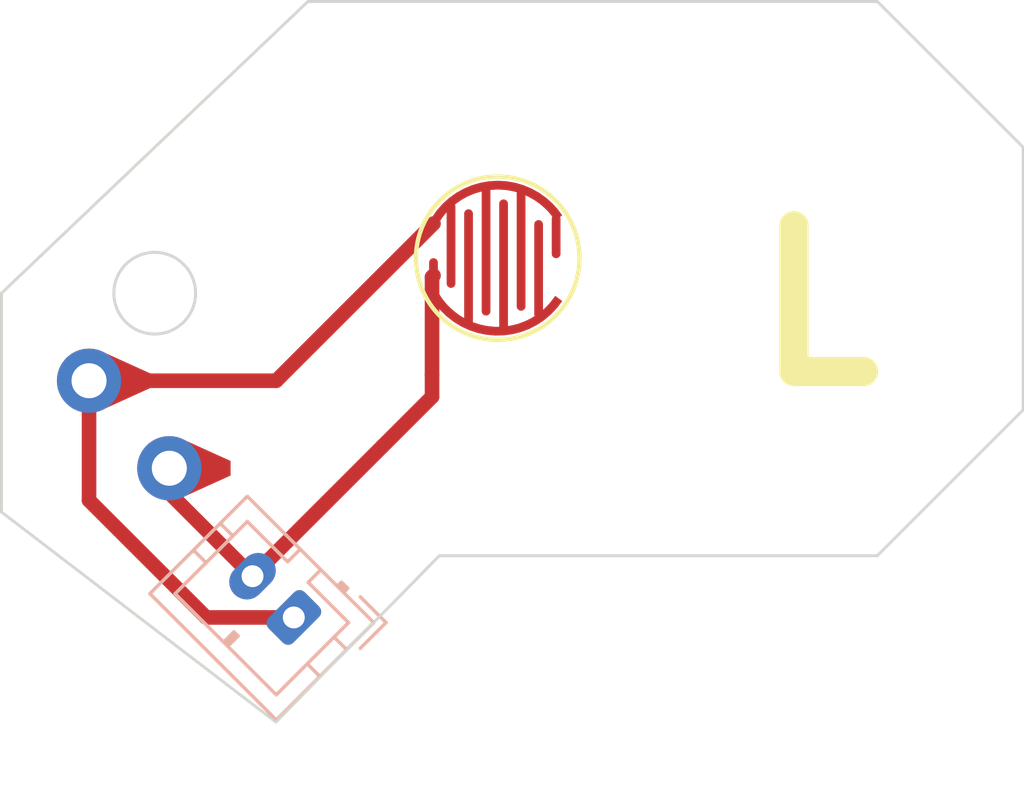
<source format=kicad_pcb>
(kicad_pcb (version 20221018) (generator pcbnew)
  (title_block (title "Nintendo OEM SNES Controller Replacement PCB") (date "2022-10-20") (rev "4a") (comment 1 "http://creativecommons.org/licenses/by-sa/4.0") (comment 2 "Attribution-ShareAlike v4.0 license.") (comment 3 "This document describes Open Hardware and is licensed under the Creative Commons") (comment 4 "(c) 2022 Bob Taylor"))
  (layers (0 "F.Cu" signal "Front") (31 "B.Cu" signal "Back") (34 "B.Paste" user) (35 "F.Paste" user) (36 "B.SilkS" user "B.Silkscreen") (37 "F.SilkS" user "F.Silkscreen") (38 "B.Mask" user) (39 "F.Mask" user) (44 "Edge.Cuts" user))
  (net 0 "")
  (net 1 "Net-(J1-Pin_1)")
  (net 2 "Net-(J1-Pin_2)")
  (footprint "MountingHole:MountingHole_1.2mm_Pad" (layer "F.Cu") (at 140.9 113)
    (fp_text reference "JW8" hide)
    (fp_text value "LS")
    (pad "1" thru_hole circle (at 0 0) (size 2.2 2.2) (drill 1.2) (layers "*.Cu" "*.Mask") (net 1 "Net-(J1-Pin_1)"))
  )
  (footprint "VideoGames:BTN_Controller_5mm_0.3_0.3" (layer "F.Cu") (at 154.9 108.8 90)
    (fp_text reference "SW9" hide)
    (fp_text value "Button_Pad")
    (fp_circle (center 0 0) (end 0 2.8) (stroke (width 0.15)) (fill none) (layer "F.SilkS"))
    (pad "1" smd rect (at -2.499414 0.054082 271.2395851) (size 0.3 0.3) (layers "F.Cu" "F.Mask") (net 2 "Net-(J1-Pin_2)"))
    (pad "1" smd rect (at -2.489525 -0.228611 264.7532704) (size 0.3 0.3) (layers "F.Cu" "F.Mask") (net 2 "Net-(J1-Pin_2)"))
    (pad "1" smd rect (at -2.477306 0.336085 277.7258997) (size 0.3 0.3) (layers "F.Cu" "F.Mask") (net 2 "Net-(J1-Pin_2)"))
    (pad "1" smd rect (at -2.447764 -0.50838 258.2669557) (size 0.3 0.3) (layers "F.Cu" "F.Mask") (net 2 "Net-(J1-Pin_2)"))
    (pad "1" smd rect (at -2.423482 0.613785 284.2122144) (size 0.3 0.3) (layers "F.Cu" "F.Mask") (net 2 "Net-(J1-Pin_2)"))
    (pad "1" smd rect (at -2.374666 -0.781639 251.7806411) (size 0.3 0.3) (layers "F.Cu" "F.Mask") (net 2 "Net-(J1-Pin_2)"))
    (pad "1" smd rect (at -2.338632 0.883627 290.698529) (size 0.3 0.3) (layers "F.Cu" "F.Mask") (net 2 "Net-(J1-Pin_2)"))
    (pad "1" smd rect (at -2.271166 -1.044892 245.2943264) (size 0.3 0.3) (layers "F.Cu" "F.Mask") (net 2 "Net-(J1-Pin_2)"))
    (pad "1" smd rect (at -2.223843 1.142156 297.1848437) (size 0.3 0.3) (layers "F.Cu" "F.Mask") (net 2 "Net-(J1-Pin_2)"))
    (pad "1" smd rect (at -2.138591 -1.294768 238.8080117) (size 0.3 0.3) (layers "F.Cu" "F.Mask") (net 2 "Net-(J1-Pin_2)"))
    (pad "1" smd rect (at -2.080583 1.386063 303.6711584) (size 0.3 0.3) (layers "F.Cu" "F.Mask") (net 2 "Net-(J1-Pin_2)"))
    (pad "1" smd rect (at -1.978637 -1.528068 232.3216971) (size 0.3 0.3) (layers "F.Cu" "F.Mask") (net 2 "Net-(J1-Pin_2)"))
    (pad "1" smd rect (at -1.910687 1.612226 310.157473) (size 0.3 0.3) (layers "F.Cu" "F.Mask") (net 2 "Net-(J1-Pin_2)"))
    (pad "1" smd rect (at -1.793352 -1.741805 225.8353824) (size 0.3 0.3) (layers "F.Cu" "F.Mask") (net 2 "Net-(J1-Pin_2)"))
    (pad "1" smd rect (at -1.71633 1.817748 316.6437877) (size 0.3 0.3) (layers "F.Cu" "F.Mask") (net 2 "Net-(J1-Pin_2)"))
    (pad "1" smd rect (at -1.585108 -1.933243 219.3490678) (size 0.3 0.3) (layers "F.Cu" "F.Mask") (net 2 "Net-(J1-Pin_2)"))
    (pad "1" smd rect (at -1.499999 2 323.1301024) (size 0.3 0.3) (layers "F.Cu" "F.Mask") (net 2 "Net-(J1-Pin_2)"))
    (pad "1" smd rect (at -1.356571 -2.099931 212.8627531) (size 0.3 0.3) (layers "F.Cu" "F.Mask") (net 2 "Net-(J1-Pin_2)"))
    (pad "1" smd rect (at -1.187434 -2.199999 208.3576366) (size 0.3 0.3) (layers "F.Cu" "F.Mask") (net 2 "Net-(J1-Pin_2)"))
    (pad "1" smd oval (at -0.593717 -2.2 90) (size 1.187434 0.3) (layers "F.Cu" "F.Mask") (net 2 "Net-(J1-Pin_2)"))
    (pad "1" smd oval (at -0.382526 1.4 90) (size 3.377409 0.3) (layers "F.Cu" "F.Mask") (net 2 "Net-(J1-Pin_2)"))
    (pad "1" smd oval (at -0.307476 -1 90) (size 3.967623 0.3) (layers "F.Cu" "F.Mask") (net 2 "Net-(J1-Pin_2)"))
    (pad "1" smd oval (at -0.238757 0.2 90) (size 4.506459 0.3) (layers "F.Cu" "F.Mask") (net 2 "Net-(J1-Pin_2)"))
    (pad "2" smd oval (at 0.250776 -0.4 90) (size 4.434032 0.3) (layers "F.Cu" "F.Mask") (net 1 "Net-(J1-Pin_1)"))
    (pad "2" smd oval (at 0.28398 0.8 90) (size 4.169127 0.3) (layers "F.Cu" "F.Mask") (net 1 "Net-(J1-Pin_1)"))
    (pad "2" smd oval (at 0.452015 -1.6 90) (size 2.937844 0.3) (layers "F.Cu" "F.Mask") (net 1 "Net-(J1-Pin_1)"))
    (pad "2" smd oval (at 0.75 2 90) (size 1.5 0.3) (layers "F.Cu" "F.Mask") (net 1 "Net-(J1-Pin_1)"))
    (pad "2" smd rect (at 1.187434 -2.2 151.6423634) (size 0.3 0.3) (layers "F.Cu" "F.Mask") (net 1 "Net-(J1-Pin_1)"))
    (pad "2" smd rect (at 1.428358 -2.051777 145.1560488) (size 0.3 0.3) (layers "F.Cu" "F.Mask") (net 1 "Net-(J1-Pin_1)"))
    (pad "2" smd rect (at 1.499999 2 36.8698976) (size 0.3 0.3) (layers "F.Cu" "F.Mask") (net 1 "Net-(J1-Pin_1)"))
    (pad "2" smd rect (at 1.650996 -1.877288 138.6697341) (size 0.3 0.3) (layers "F.Cu" "F.Mask") (net 1 "Net-(J1-Pin_1)"))
    (pad "2" smd rect (at 1.652461 1.875998 41.3750142) (size 0.3 0.3) (layers "F.Cu" "F.Mask") (net 1 "Net-(J1-Pin_1)"))
    (pad "2" smd rect (at 1.852497 -1.678765 132.1834194) (size 0.3 0.3) (layers "F.Cu" "F.Mask") (net 1 "Net-(J1-Pin_1)"))
    (pad "2" smd rect (at 1.853807 1.677318 47.8613288) (size 0.3 0.3) (layers "F.Cu" "F.Mask") (net 1 "Net-(J1-Pin_1)"))
    (pad "2" smd rect (at 2.030282 -1.45875 125.6971048) (size 0.3 0.3) (layers "F.Cu" "F.Mask") (net 1 "Net-(J1-Pin_1)"))
    (pad "2" smd rect (at 2.031421 1.457164 54.3476435) (size 0.3 0.3) (layers "F.Cu" "F.Mask") (net 1 "Net-(J1-Pin_1)"))
    (pad "2" smd rect (at 2.182075 -1.22006 119.2107901) (size 0.3 0.3) (layers "F.Cu" "F.Mask") (net 1 "Net-(J1-Pin_1)"))
    (pad "2" smd rect (at 2.183027 1.218355 60.8339582) (size 0.3 0.3) (layers "F.Cu" "F.Mask") (net 1 "Net-(J1-Pin_1)"))
    (pad "2" smd rect (at 2.305932 -0.96575 112.7244754) (size 0.3 0.3) (layers "F.Cu" "F.Mask") (net 1 "Net-(J1-Pin_1)"))
    (pad "2" smd rect (at 2.306686 0.963948 67.3202728) (size 0.3 0.3) (layers "F.Cu" "F.Mask") (net 1 "Net-(J1-Pin_1)"))
    (pad "2" smd rect (at 2.400269 -0.699076 106.2381608) (size 0.3 0.3) (layers "F.Cu" "F.Mask") (net 1 "Net-(J1-Pin_1)"))
    (pad "2" smd rect (at 2.400814 0.697201 73.8065875) (size 0.3 0.3) (layers "F.Cu" "F.Mask") (net 1 "Net-(J1-Pin_1)"))
    (pad "2" smd rect (at 2.463876 -0.423453 99.7518461) (size 0.3 0.3) (layers "F.Cu" "F.Mask") (net 1 "Net-(J1-Pin_1)"))
    (pad "2" smd rect (at 2.464206 0.421528 80.2929021) (size 0.3 0.3) (layers "F.Cu" "F.Mask") (net 1 "Net-(J1-Pin_1)"))
    (pad "2" smd rect (at 2.49594 -0.142408 93.2655315) (size 0.3 0.3) (layers "F.Cu" "F.Mask") (net 1 "Net-(J1-Pin_1)"))
    (pad "2" smd rect (at 2.496051 0.140459 86.7792168) (size 0.3 0.3) (layers "F.Cu" "F.Mask") (net 1 "Net-(J1-Pin_1)"))
  )
  (footprint "MountingHole:MountingHole_1.2mm_Pad" (layer "F.Cu") (at 143.65 116)
    (fp_text reference "JW5" hide)
    (fp_text value "LS-")
    (pad "1" thru_hole circle (at 0 0) (size 2.2 2.2) (drill 1.2) (layers "*.Cu" "*.Mask") (net 2 "Net-(J1-Pin_2)"))
  )
  (footprint "Connector_JST:JST_PH_B2B-PH-K_1x02_P2.00mm_Vertical" (layer "B.Cu") (at 147.914214 121.114214 135)
    (fp_text reference "J1")
    (fp_text value "Conn_01x02")
    (fp_line (start -2.36 2.11) (end -2.36 0.86) (stroke (width 0.12)) (layer "B.SilkS"))
    (fp_line (start -2.06 -2.91) (end 4.06 -2.91) (stroke (width 0.12)) (layer "B.SilkS"))
    (fp_line (start -2.06 -0.8) (end -1.45 -0.8) (stroke (width 0.12)) (layer "B.SilkS"))
    (fp_line (start -2.06 0.5) (end -1.45 0.5) (stroke (width 0.12)) (layer "B.SilkS"))
    (fp_line (start -2.06 1.81) (end -2.06 -2.91) (stroke (width 0.12)) (layer "B.SilkS"))
    (fp_line (start -1.45 -2.3) (end 3.45 -2.3) (stroke (width 0.12)) (layer "B.SilkS"))
    (fp_line (start -1.45 1.2) (end -1.45 -2.3) (stroke (width 0.12)) (layer "B.SilkS"))
    (fp_line (start -1.11 2.11) (end -2.36 2.11) (stroke (width 0.12)) (layer "B.SilkS"))
    (fp_line (start -0.6 2.01) (end -0.6 1.81) (stroke (width 0.12)) (layer "B.SilkS"))
    (fp_line (start -0.3 1.81) (end -0.3 2.01) (stroke (width 0.12)) (layer "B.SilkS"))
    (fp_line (start -0.3 1.91) (end -0.6 1.91) (stroke (width 0.12)) (layer "B.SilkS"))
    (fp_line (start -0.3 2.01) (end -0.6 2.01) (stroke (width 0.12)) (layer "B.SilkS"))
    (fp_line (start 0.5 1.2) (end -1.45 1.2) (stroke (width 0.12)) (layer "B.SilkS"))
    (fp_line (start 0.5 1.81) (end 0.5 1.2) (stroke (width 0.12)) (layer "B.SilkS"))
    (fp_line (start 0.9 -2.3) (end 0.9 -1.8) (stroke (width 0.12)) (layer "B.SilkS"))
    (fp_line (start 0.9 -1.8) (end 1.1 -1.8) (stroke (width 0.12)) (layer "B.SilkS"))
    (fp_line (start 1 -2.3) (end 1 -1.8) (stroke (width 0.12)) (layer "B.SilkS"))
    (fp_line (start 1.1 -1.8) (end 1.1 -2.3) (stroke (width 0.12)) (layer "B.SilkS"))
    (fp_line (start 1.5 1.2) (end 1.5 1.81) (stroke (width 0.12)) (layer "B.SilkS"))
    (fp_line (start 3.45 -2.3) (end 3.45 1.2) (stroke (width 0.12)) (layer "B.SilkS"))
    (fp_line (start 3.45 1.2) (end 1.5 1.2) (stroke (width 0.12)) (layer "B.SilkS"))
    (fp_line (start 4.06 -2.91) (end 4.06 1.81) (stroke (width 0.12)) (layer "B.SilkS"))
    (fp_line (start 4.06 -0.8) (end 3.45 -0.8) (stroke (width 0.12)) (layer "B.SilkS"))
    (fp_line (start 4.06 0.5) (end 3.45 0.5) (stroke (width 0.12)) (layer "B.SilkS"))
    (fp_line (start 4.06 1.81) (end -2.06 1.81) (stroke (width 0.12)) (layer "B.SilkS"))
    (pad "1" thru_hole roundrect (at 0 0 135) (size 1.2 1.75) (drill 0.75) (layers "*.Cu" "*.Mask") (roundrect_rratio 0.2083333333) (net 1 "Net-(J1-Pin_1)"))
    (pad "2" thru_hole oval (at 2 0 135) (size 1.2 1.75) (drill 0.75) (layers "*.Cu" "*.Mask") (net 2 "Net-(J1-Pin_2)"))
  )
  (gr_line locked (start 167.9 100) (end 172.9 105) (stroke (width 0.1)) (layer "Edge.Cuts"))
  (gr_line locked (start 137.9 117.5) (end 147.3 124.7) (stroke (width 0.1)) (layer "Edge.Cuts"))
  (gr_line locked (start 147.3 124.7) (end 152.9 119) (stroke (width 0.1)) (layer "Edge.Cuts"))
  (gr_line locked (start 152.9 119) (end 167.9 119) (stroke (width 0.1)) (layer "Edge.Cuts"))
  (gr_line locked (start 172.9 114) (end 167.9 119) (stroke (width 0.1)) (layer "Edge.Cuts"))
  (gr_circle locked (center 143.15 110) (end 141.75 110) (stroke (width 0.1)) (fill none) (layer "Edge.Cuts"))
  (gr_line locked (start 167.9 100) (end 148.4 100) (stroke (width 0.1)) (layer "Edge.Cuts"))
  (gr_line locked (start 137.9 117.5) (end 137.9 110) (stroke (width 0.1)) (layer "Edge.Cuts"))
  (gr_line locked (start 137.9 110) (end 148.4 100) (stroke (width 0.1)) (layer "Edge.Cuts"))
  (gr_line locked (start 172.9 105) (end 172.9 114) (stroke (width 0.1)) (layer "Edge.Cuts"))
  (gr_text "L" (at 163.2 113.35) (layer "F.SilkS") (effects (font (size 5 5) (thickness 1) bold) (justify left bottom)))
  (segment (start 144.914214 121.114214) (end 147.914214 121.114214) (width 0.5) (layer "F.Cu") (net 1))
  (segment (start 140.9 117.1) (end 144.914214 121.114214) (width 0.5) (layer "F.Cu") (net 1))
  (segment (start 140.9 113) (end 147.312566 113) (width 0.5) (layer "F.Cu") (net 1))
  (segment (start 140.9 113) (end 140.9 117.1) (width 0.5) (layer "F.Cu") (net 1))
  (segment (start 147.312566 113) (end 152.7 107.612566) (width 0.5) (layer "F.Cu") (net 1))
  (segment locked (start 143.65 116.85) (end 146.5 119.7) (width 0.5) (layer "F.Cu") (net 2))
  (segment locked (start 152.65 112.8) (end 152.65 109.443717) (width 0.5) (layer "F.Cu") (net 2))
  (segment locked (start 152.65 113.55) (end 152.65 112.8) (width 0.5) (layer "F.Cu") (net 2))
  (segment locked (start 143.65 116) (end 143.65 116.85) (width 0.5) (layer "F.Cu") (net 2))
  (segment (start 150.95 115.25) (end 152.65 113.55) (width 0.5) (layer "F.Cu") (net 2))
  (segment locked (start 152.65 109.443717) (end 152.7 109.393717) (width 0.5) (layer "F.Cu") (net 2))
  (segment (start 146.5 119.7) (end 150.95 115.25) (width 0.5) (layer "F.Cu") (net 2))
)
</source>
